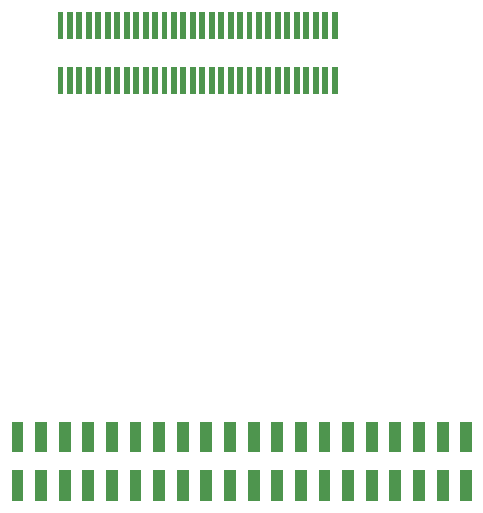
<source format=gbr>
G04 start of page 11 for group -4014 idx -4014 *
G04 Title: 96Boards CE Through Hole LS, bottompaste *
G04 Creator: pcb 20140316 *
G04 CreationDate: Fri 27 Jul 2018 05:17:59 PM GMT UTC *
G04 For: adam *
G04 Format: Gerber/RS-274X *
G04 PCB-Dimensions (mm): 85.00 54.00 *
G04 PCB-Coordinate-Origin: lower left *
%MOMM*%
%FSLAX43Y43*%
%LNBOTTOMPASTE*%
%ADD121R,1.000X1.000*%
%ADD120R,0.500X0.500*%
G54D120*X63850Y41750D02*Y40000D01*
Y37100D02*Y35350D01*
X63050Y41750D02*Y40000D01*
Y37100D02*Y35350D01*
X62250Y41750D02*Y40000D01*
Y37100D02*Y35350D01*
X61450Y41750D02*Y40000D01*
Y37100D02*Y35350D01*
X60650Y41750D02*Y40000D01*
Y37100D02*Y35350D01*
X59850Y41750D02*Y40000D01*
Y37100D02*Y35350D01*
X59050Y41750D02*Y40000D01*
Y37100D02*Y35350D01*
X58250Y41750D02*Y40000D01*
Y37100D02*Y35350D01*
X57450Y41750D02*Y40000D01*
Y37100D02*Y35350D01*
X56650Y41750D02*Y40000D01*
Y37100D02*Y35350D01*
X55850Y41750D02*Y40000D01*
Y37100D02*Y35350D01*
X55050Y41750D02*Y40000D01*
Y37100D02*Y35350D01*
X54250Y41750D02*Y40000D01*
Y37100D02*Y35350D01*
X53450Y41750D02*Y40000D01*
Y37100D02*Y35350D01*
X52650Y41750D02*Y40000D01*
Y37100D02*Y35350D01*
X51850Y41750D02*Y40000D01*
Y37100D02*Y35350D01*
X51050Y41750D02*Y40000D01*
Y37100D02*Y35350D01*
X50250Y41750D02*Y40000D01*
Y37100D02*Y35350D01*
X49450Y41750D02*Y40000D01*
Y37100D02*Y35350D01*
X48650Y41750D02*Y40000D01*
Y37100D02*Y35350D01*
X47850Y41750D02*Y40000D01*
Y37100D02*Y35350D01*
X47050Y41750D02*Y40000D01*
Y37100D02*Y35350D01*
X46250Y41750D02*Y40000D01*
Y37100D02*Y35350D01*
X45450Y41750D02*Y40000D01*
Y37100D02*Y35350D01*
X44650Y41750D02*Y40000D01*
Y37100D02*Y35350D01*
X43850Y41750D02*Y40000D01*
Y37100D02*Y35350D01*
X43050Y41750D02*Y40000D01*
Y37100D02*Y35350D01*
X42250Y41750D02*Y40000D01*
Y37100D02*Y35350D01*
X41450Y41750D02*Y40000D01*
Y37100D02*Y35350D01*
X40650Y41750D02*Y40000D01*
Y37100D02*Y35350D01*
G54D121*X75000Y6850D02*Y5250D01*
Y2750D02*Y1150D01*
X73000Y6850D02*Y5250D01*
Y2750D02*Y1150D01*
X71000Y6850D02*Y5250D01*
Y2750D02*Y1150D01*
X69000Y6850D02*Y5250D01*
Y2750D02*Y1150D01*
X67000Y6850D02*Y5250D01*
Y2750D02*Y1150D01*
X65000Y6850D02*Y5250D01*
Y2750D02*Y1150D01*
X63000Y6850D02*Y5250D01*
Y2750D02*Y1150D01*
X61000Y6850D02*Y5250D01*
Y2750D02*Y1150D01*
X59000Y6850D02*Y5250D01*
Y2750D02*Y1150D01*
X57000Y6850D02*Y5250D01*
Y2750D02*Y1150D01*
X55000Y6850D02*Y5250D01*
Y2750D02*Y1150D01*
X53000Y6850D02*Y5250D01*
Y2750D02*Y1150D01*
X51000Y6850D02*Y5250D01*
Y2750D02*Y1150D01*
X49000Y6850D02*Y5250D01*
Y2750D02*Y1150D01*
X47000Y6850D02*Y5250D01*
Y2750D02*Y1150D01*
X45000Y6850D02*Y5250D01*
Y2750D02*Y1150D01*
X43000Y6850D02*Y5250D01*
Y2750D02*Y1150D01*
X41000Y6850D02*Y5250D01*
Y2750D02*Y1150D01*
X39000Y6850D02*Y5250D01*
Y2750D02*Y1150D01*
X37000Y6850D02*Y5250D01*
Y2750D02*Y1150D01*
M02*

</source>
